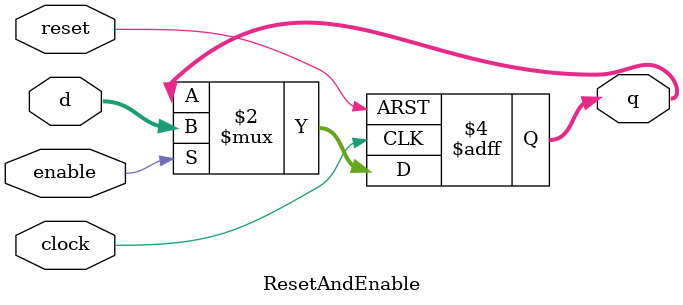
<source format=sv>

module ClockPosEdgeAlwaysFF(input logic clock, input int d, output int q);
  // CHECK: [[CLK:%.+]] = seq.to_clock %clock
  // CHECK: [[REG:%.+]] = seq.firreg %d clock [[CLK]] : i32
  // CHECK: hw.output [[REG]]
  always_ff @(posedge clock) q <= d;
endmodule

// CHECK-LABEL: hw.module @ClockPosEdge(
module ClockPosEdge(input logic clock, input int d, output int q);
  // CHECK: [[CLK:%.+]] = seq.to_clock %clock
  // CHECK: [[REG:%.+]] = seq.firreg %d clock [[CLK]] : i32
  // CHECK: hw.output [[REG]]
  always @(posedge clock) q <= d;
endmodule

// CHECK-LABEL: hw.module @ClockNegEdge(
module ClockNegEdge(input logic clock, input int d, output int q);
  // CHECK: [[CLK:%.+]] = seq.to_clock %clock
  // CHECK: [[CLK_INV:%.+]] = seq.clock_inv [[CLK]]
  // CHECK: [[REG:%.+]] = seq.firreg %d clock [[CLK_INV]] : i32
  // CHECK: hw.output [[REG]]
  always @(negedge clock) q <= d;
endmodule

// CHECK-LABEL: hw.module @ActiveHighReset(
module ActiveHighReset(input logic clock, input logic reset, input int d1, input int d2, output int q1, output int q2);
  // CHECK: [[CLK:%.+]] = seq.to_clock %clock
  // CHECK: [[REG1:%.+]] = seq.firreg %d1 clock [[CLK]] reset async %reset, %c42_i32 : i32
  // CHECK: [[REG2:%.+]] = seq.firreg %d2 clock [[CLK]] reset async %reset, %c42_i32 : i32
  // CHECK: hw.output [[REG1]], [[REG2]]
  always @(posedge clock, posedge reset) if (reset) q1 <= 42; else q1 <= d1;
  always @(posedge clock, posedge reset) q2 <= reset ? 42 : d2;
endmodule

// CHECK-LABEL: hw.module @ActiveLowReset(
module ActiveLowReset(input logic clock, input logic reset, input int d1, input int d2, output int q1, output int q2);
  // CHECK: [[CLK:%.+]] = seq.to_clock %clock
  // CHECK: [[RST_INV:%.+]] = comb.xor %reset, %true
  // CHECK: [[REG1:%.+]] = seq.firreg %d1 clock [[CLK]] reset async [[RST_INV]], %c42_i32 : i32
  // CHECK: [[REG2:%.+]] = seq.firreg %d2 clock [[CLK]] reset async [[RST_INV]], %c42_i32 : i32
  // CHECK: hw.output [[REG1]], [[REG2]]
  always @(posedge clock, negedge reset) if (!reset) q1 <= 42; else q1 <= d1;
  always @(posedge clock, negedge reset) q2 <= !reset ? 42 : d2;
endmodule

// CHECK-LABEL: hw.module @Enable(
module Enable(input logic clock, input logic enable, input int d, output int q);
  // CHECK: [[CLK:%.+]] = seq.to_clock %clock
  // CHECK: [[MUX:%.+]] = comb.mux bin %enable, %d, [[REG:%.+]] : i32
  // CHECK: [[REG]] = seq.firreg [[MUX]] clock [[CLK]] : i32
  // CHECK: hw.output [[REG]]
  always @(posedge clock) if (enable) q <= d;
endmodule

// CHECK-LABEL: hw.module @ResetAndEnable(
module ResetAndEnable(input logic clock, input logic reset, input logic enable, input int d, output int q);
  // CHECK: [[CLK:%.+]] = seq.to_clock %clock
  // CHECK: [[MUX:%.+]] = comb.mux bin %enable, %d, [[REG:%.+]] : i32
  // CHECK: [[REG]] = seq.firreg [[MUX]] clock [[CLK]] reset async %reset, %c42_i32 : i32
  // CHECK: hw.output [[REG]]
  always @(posedge clock, posedge reset) if (reset) q <= 42; else if (enable) q <= d;
endmodule

</source>
